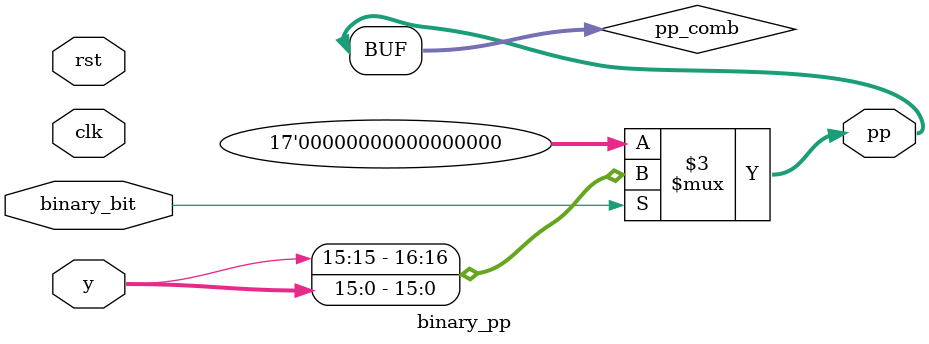
<source format=sv>
module binary_pp #(
    parameter W    = 16,
    parameter PIPE = 0
) (
    // Only used if PIPE = 1
    input logic clk,
    input logic rst,

    input  logic [W-1:0] y,           // Multiplicand 
    input  logic         binary_bit,  // 1 to multiply by Y, 0 to multiply by 0
    output logic [  W:0] pp           // Partial Product Output
);
  logic [W:0] pp_comb;

  always_comb begin
    if (binary_bit) begin // sign-extend
      pp_comb = {{1{y[W-1]}}, y};
    end else begin // zero
      pp_comb = '0;
    end
  end

  // Optional pipeline stage
  generate
    if (PIPE == 1) begin : gen_pipe
      always_ff @(posedge clk or posedge rst) begin
        if (rst) pp <= {(W + 1) {1'b0}};
        else pp <= pp_comb;
      end
    end else begin : gen_comb
      assign pp = pp_comb;
    end
  endgenerate

endmodule


</source>
